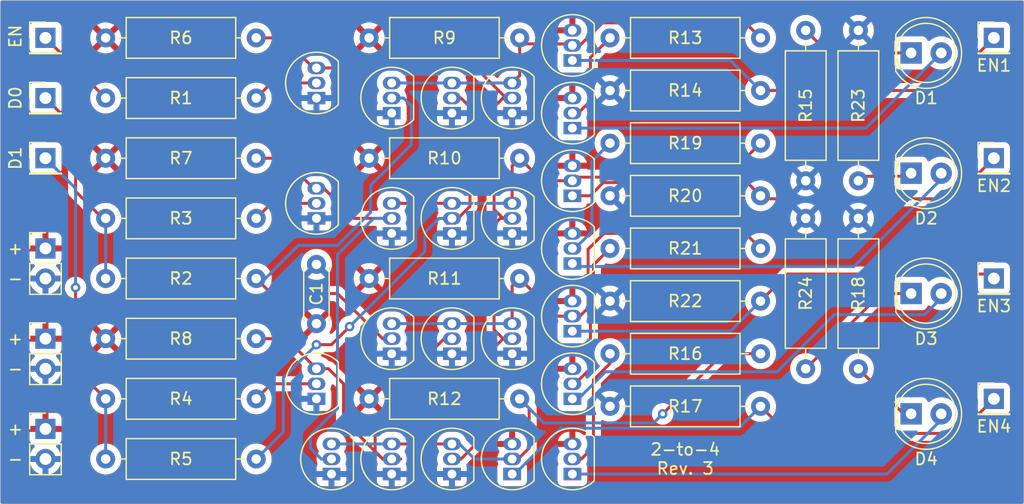
<source format=kicad_pcb>
(kicad_pcb (version 20221018) (generator pcbnew)
  (layers (0 "F.Cu" signal) (31 "B.Cu" signal) (34 "B.Paste" user) (35 "F.Paste" user) (36 "B.SilkS" user "B.Silkscreen") (37 "F.SilkS" user "F.Silkscreen") (38 "B.Mask" user) (39 "F.Mask" user) (44 "Edge.Cuts" user))
  (net 0 "")
  (net 1 "VCC")
  (net 2 "GND")
  (net 3 "Net-(D1-K)")
  (net 4 "Net-(D1-A)")
  (net 5 "Net-(D2-K)")
  (net 6 "Net-(D2-A)")
  (net 7 "Net-(D3-K)")
  (net 8 "Net-(D3-A)")
  (net 9 "Net-(D4-K)")
  (net 10 "Net-(D4-A)")
  (net 11 "Net-(J1-Pin_1)")
  (net 12 "Net-(J2-Pin_1)")
  (net 13 "Net-(J6-Pin_1)")
  (net 14 "Net-(J7-Pin_1)")
  (net 15 "Net-(J8-Pin_1)")
  (net 16 "Net-(J9-Pin_1)")
  (net 17 "Net-(J10-Pin_1)")
  (net 18 "Net-(Q1-B)")
  (net 19 "Net-(Q1-C)")
  (net 20 "Net-(Q2-B)")
  (net 21 "Net-(Q2-C)")
  (net 22 "Net-(Q3-B)")
  (net 23 "Net-(Q10-B)")
  (net 24 "Net-(Q12-C)")
  (net 25 "Net-(Q13-C)")
  (net 26 "Net-(Q10-C)")
  (net 27 "Net-(Q11-C)")
  (net 28 "Net-(Q8-B)")
  (net 29 "Net-(Q17-B)")
  (net 30 "Net-(Q19-B)")
  (net 31 "Net-(Q21-B)")
  (net 32 "Net-(Q23-B)")
  (net 33 "Net-(Q4-B)")
  (footprint "Capacitor_THT:C_Disc_D4.3mm_W1.9mm_P5.00mm" (layer "F.Cu") (at 53.34 44.45 90)
    (fp_text reference "C1" (at 2.5 0 90) (layer "F.SilkS"))
    (fp_text value "0.1uF")
    (pad "1" thru_hole circle (at 0 0 90) (size 1.6 1.6) (drill 0.8) (layers "*.Cu" "*.Mask") (net 1 "VCC"))
    (pad "2" thru_hole circle (at 5 0 90) (size 1.6 1.6) (drill 0.8) (layers "*.Cu" "*.Mask") (net 2 "GND"))
  )
  (footprint "Connector_PinHeader_2.54mm:PinHeader_1x01_P2.54mm_Vertical" (layer "F.Cu") (at 30.48 20.32)
    (fp_text reference "J1" hide)
    (fp_text value "EN" (at -2.54 -0.127 -90) (layer "F.SilkS"))
    (pad "1" thru_hole rect (at 0 0) (size 1.7 1.7) (drill 1) (layers "*.Cu" "*.Mask") (net 11 "Net-(J1-Pin_1)"))
  )
  (footprint "Connector_PinHeader_2.54mm:PinHeader_1x02_P2.54mm_Vertical" (layer "F.Cu") (at 30.48 38.1)
    (fp_text reference "J3" hide)
    (fp_text value "Power")
    (pad "1" thru_hole rect (at 0 0) (size 1.7 1.7) (drill 1) (layers "*.Cu" "*.Mask") (net 1 "VCC"))
    (pad "2" thru_hole oval (at 0 2.54) (size 1.7 1.7) (drill 1) (layers "*.Cu" "*.Mask") (net 2 "GND"))
  )
  (footprint "Connector_PinHeader_2.54mm:PinHeader_1x02_P2.54mm_Vertical" (layer "F.Cu") (at 30.48 45.72)
    (fp_text reference "J4" hide)
    (fp_text value "Power")
    (pad "1" thru_hole rect (at 0 0) (size 1.7 1.7) (drill 1) (layers "*.Cu" "*.Mask") (net 1 "VCC"))
    (pad "2" thru_hole oval (at 0 2.54) (size 1.7 1.7) (drill 1) (layers "*.Cu" "*.Mask") (net 2 "GND"))
  )
  (footprint "Connector_PinHeader_2.54mm:PinHeader_1x02_P2.54mm_Vertical" (layer "F.Cu") (at 30.48 53.34)
    (fp_text reference "J5" hide)
    (fp_text value "Power")
    (pad "1" thru_hole rect (at 0 0) (size 1.7 1.7) (drill 1) (layers "*.Cu" "*.Mask") (net 1 "VCC"))
    (pad "2" thru_hole oval (at 0 2.54) (size 1.7 1.7) (drill 1) (layers "*.Cu" "*.Mask") (net 2 "GND"))
  )
  (footprint "Package_TO_SOT_THT:TO-92_Inline" (layer "F.Cu") (at 53.34 25.4 90)
    (fp_text reference "Q1" hide)
    (fp_text value "2N2222")
    (pad "1" thru_hole rect (at 0 0 90) (size 1.05 1.5) (drill 0.75) (layers "*.Cu" "*.Mask") (net 2 "GND"))
    (pad "2" thru_hole oval (at 1.27 0 90) (size 1.05 1.5) (drill 0.75) (layers "*.Cu" "*.Mask") (net 18 "Net-(Q1-B)"))
    (pad "3" thru_hole oval (at 2.54 0 90) (size 1.05 1.5) (drill 0.75) (layers "*.Cu" "*.Mask") (net 19 "Net-(Q1-C)"))
  )
  (footprint "Package_TO_SOT_THT:TO-92_Inline" (layer "F.Cu") (at 53.34 35.56 90)
    (fp_text reference "Q2" hide)
    (fp_text value "2N2222")
    (pad "1" thru_hole rect (at 0 0 90) (size 1.05 1.5) (drill 0.75) (layers "*.Cu" "*.Mask") (net 2 "GND"))
    (pad "2" thru_hole oval (at 1.27 0 90) (size 1.05 1.5) (drill 0.75) (layers "*.Cu" "*.Mask") (net 20 "Net-(Q2-B)"))
    (pad "3" thru_hole oval (at 2.54 0 90) (size 1.05 1.5) (drill 0.75) (layers "*.Cu" "*.Mask") (net 21 "Net-(Q2-C)"))
  )
  (footprint "Package_TO_SOT_THT:TO-92_Inline" (layer "F.Cu") (at 53.34 50.8 90)
    (fp_text reference "Q3" hide)
    (fp_text value "2N2222")
    (pad "1" thru_hole rect (at 0 0 90) (size 1.05 1.5) (drill 0.75) (layers "*.Cu" "*.Mask") (net 2 "GND"))
    (pad "2" thru_hole oval (at 1.27 0 90) (size 1.05 1.5) (drill 0.75) (layers "*.Cu" "*.Mask") (net 22 "Net-(Q3-B)"))
    (pad "3" thru_hole oval (at 2.54 0 90) (size 1.05 1.5) (drill 0.75) (layers "*.Cu" "*.Mask") (net 23 "Net-(Q10-B)"))
  )
  (footprint "Package_TO_SOT_THT:TO-92_Inline" (layer "F.Cu") (at 59.69 26.67 90)
    (fp_text reference "Q4" hide)
    (fp_text value "2N2222")
    (pad "1" thru_hole rect (at 0 0 90) (size 1.05 1.5) (drill 0.75) (layers "*.Cu" "*.Mask") (net 2 "GND"))
    (pad "2" thru_hole oval (at 1.27 0 90) (size 1.05 1.5) (drill 0.75) (layers "*.Cu" "*.Mask") (net 33 "Net-(Q4-B)"))
    (pad "3" thru_hole oval (at 2.54 0 90) (size 1.05 1.5) (drill 0.75) (layers "*.Cu" "*.Mask") (net 24 "Net-(Q12-C)"))
  )
  (footprint "Package_TO_SOT_THT:TO-92_Inline" (layer "F.Cu") (at 59.69 36.83 90)
    (fp_text reference "Q5" hide)
    (fp_text value "2N2222")
    (pad "1" thru_hole rect (at 0 0 90) (size 1.05 1.5) (drill 0.75) (layers "*.Cu" "*.Mask") (net 2 "GND"))
    (pad "2" thru_hole oval (at 1.27 0 90) (size 1.05 1.5) (drill 0.75) (layers "*.Cu" "*.Mask") (net 21 "Net-(Q2-C)"))
    (pad "3" thru_hole oval (at 2.54 0 90) (size 1.05 1.5) (drill 0.75) (layers "*.Cu" "*.Mask") (net 25 "Net-(Q13-C)"))
  )
  (footprint "Package_TO_SOT_THT:TO-92_Inline" (layer "F.Cu") (at 59.69 46.99 90)
    (fp_text reference "Q6" hide)
    (fp_text value "2N2222")
    (pad "1" thru_hole rect (at 0 0 90) (size 1.05 1.5) (drill 0.75) (layers "*.Cu" "*.Mask") (net 2 "GND"))
    (pad "2" thru_hole oval (at 1.27 0 90) (size 1.05 1.5) (drill 0.75) (layers "*.Cu" "*.Mask") (net 33 "Net-(Q4-B)"))
    (pad "3" thru_hole oval (at 2.54 0 90) (size 1.05 1.5) (drill 0.75) (layers "*.Cu" "*.Mask") (net 26 "Net-(Q10-C)"))
  )
  (footprint "Package_TO_SOT_THT:TO-92_Inline" (layer "F.Cu") (at 64.77 26.67 90)
    (fp_text reference "Q8" hide)
    (fp_text value "2N2222")
    (pad "1" thru_hole rect (at 0 0 90) (size 1.05 1.5) (drill 0.75) (layers "*.Cu" "*.Mask") (net 2 "GND"))
    (pad "2" thru_hole oval (at 1.27 0 90) (size 1.05 1.5) (drill 0.75) (layers "*.Cu" "*.Mask") (net 28 "Net-(Q8-B)"))
    (pad "3" thru_hole oval (at 2.54 0 90) (size 1.05 1.5) (drill 0.75) (layers "*.Cu" "*.Mask") (net 24 "Net-(Q12-C)"))
  )
  (footprint "Package_TO_SOT_THT:TO-92_Inline" (layer "F.Cu") (at 64.77 36.83 90)
    (fp_text reference "Q9" hide)
    (fp_text value "2N2222")
    (pad "1" thru_hole rect (at 0 0 90) (size 1.05 1.5) (drill 0.75) (layers "*.Cu" "*.Mask") (net 2 "GND"))
    (pad "2" thru_hole oval (at 1.27 0 90) (size 1.05 1.5) (drill 0.75) (layers "*.Cu" "*.Mask") (net 28 "Net-(Q8-B)"))
    (pad "3" thru_hole oval (at 2.54 0 90) (size 1.05 1.5) (drill 0.75) (layers "*.Cu" "*.Mask") (net 25 "Net-(Q13-C)"))
  )
  (footprint "Package_TO_SOT_THT:TO-92_Inline" (layer "F.Cu") (at 64.77 46.99 90)
    (fp_text reference "Q10" hide)
    (fp_text value "2N2222")
    (pad "1" thru_hole rect (at 0 0 90) (size 1.05 1.5) (drill 0.75) (layers "*.Cu" "*.Mask") (net 2 "GND"))
    (pad "2" thru_hole oval (at 1.27 0 90) (size 1.05 1.5) (drill 0.75) (layers "*.Cu" "*.Mask") (net 23 "Net-(Q10-B)"))
    (pad "3" thru_hole oval (at 2.54 0 90) (size 1.05 1.5) (drill 0.75) (layers "*.Cu" "*.Mask") (net 26 "Net-(Q10-C)"))
  )
  (footprint "Package_TO_SOT_THT:TO-92_Inline" (layer "F.Cu") (at 69.85 26.67 90)
    (fp_text reference "Q12" hide)
    (fp_text value "2N2222")
    (pad "1" thru_hole rect (at 0 0 90) (size 1.05 1.5) (drill 0.75) (layers "*.Cu" "*.Mask") (net 2 "GND"))
    (pad "2" thru_hole oval (at 1.27 0 90) (size 1.05 1.5) (drill 0.75) (layers "*.Cu" "*.Mask") (net 19 "Net-(Q1-C)"))
    (pad "3" thru_hole oval (at 2.54 0 90) (size 1.05 1.5) (drill 0.75) (layers "*.Cu" "*.Mask") (net 24 "Net-(Q12-C)"))
  )
  (footprint "Package_TO_SOT_THT:TO-92_Inline" (layer "F.Cu") (at 69.85 36.83 90)
    (fp_text reference "Q13" hide)
    (fp_text value "2N2222")
    (pad "1" thru_hole rect (at 0 0 90) (size 1.05 1.5) (drill 0.75) (layers "*.Cu" "*.Mask") (net 2 "GND"))
    (pad "2" thru_hole oval (at 1.27 0 90) (size 1.05 1.5) (drill 0.75) (layers "*.Cu" "*.Mask") (net 19 "Net-(Q1-C)"))
    (pad "3" thru_hole oval (at 2.54 0 90) (size 1.05 1.5) (drill 0.75) (layers "*.Cu" "*.Mask") (net 25 "Net-(Q13-C)"))
  )
  (footprint "Package_TO_SOT_THT:TO-92_Inline" (layer "F.Cu") (at 69.85 46.99 90)
    (fp_text reference "Q14" hide)
    (fp_text value "2N2222")
    (pad "1" thru_hole rect (at 0 0 90) (size 1.05 1.5) (drill 0.75) (layers "*.Cu" "*.Mask") (net 2 "GND"))
    (pad "2" thru_hole oval (at 1.27 0 90) (size 1.05 1.5) (drill 0.75) (layers "*.Cu" "*.Mask") (net 19 "Net-(Q1-C)"))
    (pad "3" thru_hole oval (at 2.54 0 90) (size 1.05 1.5) (drill 0.75) (layers "*.Cu" "*.Mask") (net 26 "Net-(Q10-C)"))
  )
  (footprint "Resistor_THT:R_Axial_DIN0309_L9.0mm_D3.2mm_P12.70mm_Horizontal" (layer "F.Cu") (at 48.26 25.4 180)
    (fp_text reference "R1" (at 6.35 0) (layer "F.SilkS"))
    (fp_text value "10K")
    (pad "1" thru_hole circle (at 0 0 180) (size 1.6 1.6) (drill 0.8) (layers "*.Cu" "*.Mask") (net 18 "Net-(Q1-B)"))
    (pad "2" thru_hole oval (at 12.7 0 180) (size 1.6 1.6) (drill 0.8) (layers "*.Cu" "*.Mask") (net 11 "Net-(J1-Pin_1)"))
  )
  (footprint "Resistor_THT:R_Axial_DIN0309_L9.0mm_D3.2mm_P12.70mm_Horizontal" (layer "F.Cu") (at 48.26 40.64 180)
    (fp_text reference "R2" (at 6.35 0) (layer "F.SilkS"))
    (fp_text value "10K")
    (pad "1" thru_hole circle (at 0 0 180) (size 1.6 1.6) (drill 0.8) (layers "*.Cu" "*.Mask") (net 33 "Net-(Q4-B)"))
    (pad "2" thru_hole oval (at 12.7 0 180) (size 1.6 1.6) (drill 0.8) (layers "*.Cu" "*.Mask") (net 12 "Net-(J2-Pin_1)"))
  )
  (footprint "Resistor_THT:R_Axial_DIN0309_L9.0mm_D3.2mm_P12.70mm_Horizontal" (layer "F.Cu") (at 48.26 35.56 180)
    (fp_text reference "R3" (at 6.35 0) (layer "F.SilkS"))
    (fp_text value "10K")
    (pad "1" thru_hole circle (at 0 0 180) (size 1.6 1.6) (drill 0.8) (layers "*.Cu" "*.Mask") (net 20 "Net-(Q2-B)"))
    (pad "2" thru_hole oval (at 12.7 0 180) (size 1.6 1.6) (drill 0.8) (layers "*.Cu" "*.Mask") (net 12 "Net-(J2-Pin_1)"))
  )
  (footprint "Resistor_THT:R_Axial_DIN0309_L9.0mm_D3.2mm_P12.70mm_Horizontal" (layer "F.Cu") (at 48.26 50.8 180)
    (fp_text reference "R4" (at 6.35 0) (layer "F.SilkS"))
    (fp_text value "10K")
    (pad "1" thru_hole circle (at 0 0 180) (size 1.6 1.6) (drill 0.8) (layers "*.Cu" "*.Mask") (net 22 "Net-(Q3-B)"))
    (pad "2" thru_hole oval (at 12.7 0 180) (size 1.6 1.6) (drill 0.8) (layers "*.Cu" "*.Mask") (net 13 "Net-(J6-Pin_1)"))
  )
  (footprint "Resistor_THT:R_Axial_DIN0309_L9.0mm_D3.2mm_P12.70mm_Horizontal" (layer "F.Cu") (at 48.26 55.88 180)
    (fp_text reference "R5" (at 6.35 0) (layer "F.SilkS"))
    (fp_text value "10K")
    (pad "1" thru_hole circle (at 0 0 180) (size 1.6 1.6) (drill 0.8) (layers "*.Cu" "*.Mask") (net 28 "Net-(Q8-B)"))
    (pad "2" thru_hole oval (at 12.7 0 180) (size 1.6 1.6) (drill 0.8) (layers "*.Cu" "*.Mask") (net 13 "Net-(J6-Pin_1)"))
  )
  (footprint "Resistor_THT:R_Axial_DIN0309_L9.0mm_D3.2mm_P12.70mm_Horizontal" (layer "F.Cu") (at 35.56 20.32)
    (fp_text reference "R6" (at 6.35 0) (layer "F.SilkS"))
    (fp_text value "1K")
    (pad "1" thru_hole circle (at 0 0) (size 1.6 1.6) (drill 0.8) (layers "*.Cu" "*.Mask") (net 1 "VCC"))
    (pad "2" thru_hole oval (at 12.7 0) (size 1.6 1.6) (drill 0.8) (layers "*.Cu" "*.Mask") (net 19 "Net-(Q1-C)"))
  )
  (footprint "Resistor_THT:R_Axial_DIN0309_L9.0mm_D3.2mm_P12.70mm_Horizontal" (layer "F.Cu") (at 35.56 30.48)
    (fp_text reference "R7" (at 6.35 0) (layer "F.SilkS"))
    (fp_text value "1K")
    (pad "1" thru_hole circle (at 0 0) (size 1.6 1.6) (drill 0.8) (layers "*.Cu" "*.Mask") (net 1 "VCC"))
    (pad "2" thru_hole oval (at 12.7 0) (size 1.6 1.6) (drill 0.8) (layers "*.Cu" "*.Mask") (net 21 "Net-(Q2-C)"))
  )
  (footprint "Resistor_THT:R_Axial_DIN0309_L9.0mm_D3.2mm_P12.70mm_Horizontal" (layer "F.Cu") (at 35.56 45.72)
    (fp_text reference "R8" (at 6.35 0) (layer "F.SilkS"))
    (fp_text value "1K")
    (pad "1" thru_hole circle (at 0 0) (size 1.6 1.6) (drill 0.8) (layers "*.Cu" "*.Mask") (net 1 "VCC"))
    (pad "2" thru_hole oval (at 12.7 0) (size 1.6 1.6) (drill 0.8) (layers "*.Cu" "*.Mask") (net 23 "Net-(Q10-B)"))
  )
  (footprint "Resistor_THT:R_Axial_DIN0309_L9.0mm_D3.2mm_P12.70mm_Horizontal" (layer "F.Cu") (at 57.785 20.32)
    (fp_text reference "R9" (at 6.35 0) (layer "F.SilkS"))
    (fp_text value "10K")
    (pad "1" thru_hole circle (at 0 0) (size 1.6 1.6) (drill 0.8) (layers "*.Cu" "*.Mask") (net 1 "VCC"))
    (pad "2" thru_hole oval (at 12.7 0) (size 1.6 1.6) (drill 0.8) (layers "*.Cu" "*.Mask") (net 24 "Net-(Q12-C)"))
  )
  (footprint "Resistor_THT:R_Axial_DIN0309_L9.0mm_D3.2mm_P12.70mm_Horizontal" (layer "F.Cu") (at 57.785 30.48)
    (fp_text reference "R10" (at 6.35 0) (layer "F.SilkS"))
    (fp_text value "10K")
    (pad "1" thru_hole circle (at 0 0) (size 1.6 1.6) (drill 0.8) (layers "*.Cu" "*.Mask") (net 1 "VCC"))
    (pad "2" thru_hole oval (at 12.7 0) (size 1.6 1.6) (drill 0.8) (layers "*.Cu" "*.Mask") (net 25 "Net-(Q13-C)"))
  )
  (footprint "Resistor_THT:R_Axial_DIN0309_L9.0mm_D3.2mm_P12.70mm_Horizontal" (layer "F.Cu") (at 57.785 40.64)
    (fp_text reference "R11" (at 6.35 0) (layer "F.SilkS"))
    (fp_text value "10K")
    (pad "1" thru_hole circle (at 0 0) (size 1.6 1.6) (drill 0.8) (layers "*.Cu" "*.Mask") (net 1 "VCC"))
    (pad "2" thru_hole oval (at 12.7 0) (size 1.6 1.6) (drill 0.8) (layers "*.Cu" "*.Mask") (net 26 "Net-(Q10-C)"))
  )
  (footprint "Resistor_THT:R_Axial_DIN0309_L9.0mm_D3.2mm_P12.70mm_Horizontal" (layer "F.Cu") (at 57.785 50.8)
    (fp_text reference "R12" (at 6.35 0) (layer "F.SilkS"))
    (fp_text value "10K")
    (pad "1" thru_hole circle (at 0 0) (size 1.6 1.6) (drill 0.8) (layers "*.Cu" "*.Mask") (net 1 "VCC"))
    (pad "2" thru_hole oval (at 12.7 0) (size 1.6 1.6) (drill 0.8) (layers "*.Cu" "*.Mask") (net 27 "Net-(Q11-C)"))
  )
  (footprint "Connector_PinHeader_2.54mm:PinHeader_1x01_P2.54mm_Vertical" (layer "F.Cu") (at 30.48 30.48)
    (fp_text reference "J6" hide)
    (fp_text value "D1" (at -2.54 0 90) (layer "F.SilkS"))
    (pad "1" thru_hole rect (at 0 0) (size 1.7 1.7) (drill 1) (layers "*.Cu" "*.Mask") (net 13 "Net-(J6-Pin_1)"))
  )
  (footprint "Connector_PinHeader_2.54mm:PinHeader_1x01_P2.54mm_Vertical" (layer "F.Cu") (at 30.48 25.4)
    (fp_text reference "J2" hide)
    (fp_text value "D0" (at -2.54 0 90) (layer "F.SilkS"))
    (pad "1" thru_hole rect (at 0 0) (size 1.7 1.7) (drill 1) (layers "*.Cu" "*.Mask") (net 12 "Net-(J2-Pin_1)"))
  )
  (footprint "Package_TO_SOT_THT:TO-92_Inline" (layer "F.Cu") (at 74.93 22.225 90)
    (fp_text reference "Q16" hide)
    (fp_text value "2N2222" hide)
    (pad "1" thru_hole rect (at 0 0 90) (size 1.05 1.5) (drill 0.75) (layers "*.Cu" "*.Mask") (net 14 "Net-(J7-Pin_1)"))
    (pad "2" thru_hole oval (at 1.27 0 90) (size 1.05 1.5) (drill 0.75) (layers "*.Cu" "*.Mask") (net 24 "Net-(Q12-C)"))
    (pad "3" thru_hole oval (at 2.54 0 90) (size 1.05 1.5) (drill 0.75) (layers "*.Cu" "*.Mask") (net 1 "VCC"))
  )
  (footprint "Package_TO_SOT_THT:TO-92_Inline" (layer "F.Cu") (at 74.93 27.94 90)
    (fp_text reference "Q17" hide)
    (fp_text value "2N2222" hide)
    (pad "1" thru_hole rect (at 0 0 90) (size 1.05 1.5) (drill 0.75) (layers "*.Cu" "*.Mask") (net 4 "Net-(D1-A)"))
    (pad "2" thru_hole oval (at 1.27 0 90) (size 1.05 1.5) (drill 0.75) (layers "*.Cu" "*.Mask") (net 29 "Net-(Q17-B)"))
    (pad "3" thru_hole oval (at 2.54 0 90) (size 1.05 1.5) (drill 0.75) (layers "*.Cu" "*.Mask") (net 1 "VCC"))
  )
  (footprint "Package_TO_SOT_THT:TO-92_Inline" (layer "F.Cu") (at 69.85 57.15 90)
    (fp_text reference "Q18" hide)
    (fp_text value "2N2222" hide)
    (pad "1" thru_hole rect (at 0 0 90) (size 1.05 1.5) (drill 0.75) (layers "*.Cu" "*.Mask") (net 17 "Net-(J10-Pin_1)"))
    (pad "2" thru_hole oval (at 1.27 0 90) (size 1.05 1.5) (drill 0.75) (layers "*.Cu" "*.Mask") (net 27 "Net-(Q11-C)"))
    (pad "3" thru_hole oval (at 2.54 0 90) (size 1.05 1.5) (drill 0.75) (layers "*.Cu" "*.Mask") (net 1 "VCC"))
  )
  (footprint "Package_TO_SOT_THT:TO-92_Inline" (layer "F.Cu") (at 74.93 57.15 90)
    (fp_text reference "Q19" hide)
    (fp_text value "2N2222" hide)
    (pad "1" thru_hole rect (at 0 0 90) (size 1.05 1.5) (drill 0.75) (layers "*.Cu" "*.Mask") (net 10 "Net-(D4-A)"))
    (pad "2" thru_hole oval (at 1.27 0 90) (size 1.05 1.5) (drill 0.75) (layers "*.Cu" "*.Mask") (net 30 "Net-(Q19-B)"))
    (pad "3" thru_hole oval (at 2.54 0 90) (size 1.05 1.5) (drill 0.75) (layers "*.Cu" "*.Mask") (net 1 "VCC"))
  )
  (footprint "Package_TO_SOT_THT:TO-92_Inline" (layer "F.Cu") (at 74.93 33.655 90)
    (fp_text reference "Q20" hide)
    (fp_text value "2N2222" hide)
    (pad "1" thru_hole rect (at 0 0 90) (size 1.05 1.5) (drill 0.75) (layers "*.Cu" "*.Mask") (net 15 "Net-(J8-Pin_1)"))
    (pad "2" thru_hole oval (at 1.27 0 90) (size 1.05 1.5) (drill 0.75) (layers "*.Cu" "*.Mask") (net 25 "Net-(Q13-C)"))
    (pad "3" thru_hole oval (at 2.54 0 90) (size 1.05 1.5) (drill 0.75) (layers "*.Cu" "*.Mask") (net 1 "VCC"))
  )
  (footprint "Package_TO_SOT_THT:TO-92_Inline" (layer "F.Cu") (at 74.93 39.37 90)
    (fp_text reference "Q21" hide)
    (fp_text value "2N2222" hide)
    (pad "1" thru_hole rect (at 0 0 90) (size 1.05 1.5) (drill 0.75) (layers "*.Cu" "*.Mask") (net 6 "Net-(D2-A)"))
    (pad "2" thru_hole oval (at 1.27 0 90) (size 1.05 1.5) (drill 0.75) (layers "*.Cu" "*.Mask") (net 31 "Net-(Q21-B)"))
    (pad "3" thru_hole oval (at 2.54 0 90) (size 1.05 1.5) (drill 0.75) (layers "*.Cu" "*.Mask") (net 1 "VCC"))
  )
  (footprint "Package_TO_SOT_THT:TO-92_Inline" (layer "F.Cu") (at 74.93 45.085 90)
    (fp_text reference "Q22" hide)
    (fp_text value "2N2222" hide)
    (pad "1" thru_hole rect (at 0 0 90) (size 1.05 1.5) (drill 0.75) (layers "*.Cu" "*.Mask") (net 16 "Net-(J9-Pin_1)"))
    (pad "2" thru_hole oval (at 1.27 0 90) (size 1.05 1.5) (drill 0.75) (layers "*.Cu" "*.Mask") (net 26 "Net-(Q10-C)"))
    (pad "3" thru_hole oval (at 2.54 0 90) (size 1.05 1.5) (drill 0.75) (layers "*.Cu" "*.Mask") (net 1 "VCC"))
  )
  (footprint "Package_TO_SOT_THT:TO-92_Inline" (layer "F.Cu") (at 74.93 50.8 90)
    (fp_text reference "Q23" hide)
    (fp_text value "2N2222" hide)
    (pad "1" thru_hole rect (at 0 0 90) (size 1.05 1.5) (drill 0.75) (layers "*.Cu" "*.Mask") (net 8 "Net-(D3-A)"))
    (pad "2" thru_hole oval (at 1.27 0 90) (size 1.05 1.5) (drill 0.75) (layers "*.Cu" "*.Mask") (net 32 "Net-(Q23-B)"))
    (pad "3" thru_hole oval (at 2.54 0 90) (size 1.05 1.5) (drill 0.75) (layers "*.Cu" "*.Mask") (net 1 "VCC"))
  )
  (footprint "Resistor_THT:R_Axial_DIN0309_L9.0mm_D3.2mm_P12.70mm_Horizontal" (layer "F.Cu") (at 78.105 20.32)
    (fp_text reference "R13" (at 6.35 0) (layer "F.SilkS"))
    (fp_text value "10K")
    (pad "1" thru_hole circle (at 0 0) (size 1.6 1.6) (drill 0.8) (layers "*.Cu" "*.Mask") (net 29 "Net-(Q17-B)"))
    (pad "2" thru_hole oval (at 12.7 0) (size 1.6 1.6) (drill 0.8) (layers "*.Cu" "*.Mask") (net 24 "Net-(Q12-C)"))
  )
  (footprint "Resistor_THT:R_Axial_DIN0309_L9.0mm_D3.2mm_P12.70mm_Horizontal" (layer "F.Cu") (at 78.105 24.765)
    (fp_text reference "R14" (at 6.35 0) (layer "F.SilkS"))
    (fp_text value "1K")
    (pad "1" thru_hole circle (at 0 0) (size 1.6 1.6) (drill 0.8) (layers "*.Cu" "*.Mask") (net 2 "GND"))
    (pad "2" thru_hole oval (at 12.7 0) (size 1.6 1.6) (drill 0.8) (layers "*.Cu" "*.Mask") (net 14 "Net-(J7-Pin_1)"))
  )
  (footprint "Resistor_THT:R_Axial_DIN0309_L9.0mm_D3.2mm_P12.70mm_Horizontal" (layer "F.Cu") (at 94.615 32.385 90)
    (fp_text reference "R15" (at 6.35 0 90) (layer "F.SilkS"))
    (fp_text value "1K")
    (pad "1" thru_hole circle (at 0 0 90) (size 1.6 1.6) (drill 0.8) (layers "*.Cu" "*.Mask") (net 2 "GND"))
    (pad "2" thru_hole oval (at 12.7 0 90) (size 1.6 1.6) (drill 0.8) (layers "*.Cu" "*.Mask") (net 3 "Net-(D1-K)"))
  )
  (footprint "Resistor_THT:R_Axial_DIN0309_L9.0mm_D3.2mm_P12.70mm_Horizontal" (layer "F.Cu") (at 78.105 46.99)
    (fp_text reference "R16" (at 6.35 0) (layer "F.SilkS"))
    (fp_text value "10K")
    (pad "1" thru_hole circle (at 0 0) (size 1.6 1.6) (drill 0.8) (layers "*.Cu" "*.Mask") (net 30 "Net-(Q19-B)"))
    (pad "2" thru_hole oval (at 12.7 0) (size 1.6 1.6) (drill 0.8) (layers "*.Cu" "*.Mask") (net 27 "Net-(Q11-C)"))
  )
  (footprint "Resistor_THT:R_Axial_DIN0309_L9.0mm_D3.2mm_P12.70mm_Horizontal" (layer "F.Cu") (at 78.105 51.435)
    (fp_text reference "R17" (at 6.35 0) (layer "F.SilkS"))
    (fp_text value "1K")
    (pad "1" thru_hole circle (at 0 0) (size 1.6 1.6) (drill 0.8) (layers "*.Cu" "*.Mask") (net 2 "GND"))
    (pad "2" thru_hole oval (at 12.7 0) (size 1.6 1.6) (drill 0.8) (layers "*.Cu" "*.Mask") (net 17 "Net-(J10-Pin_1)"))
  )
  (footprint "Resistor_THT:R_Axial_DIN0309_L9.0mm_D3.2mm_P12.70mm_Horizontal" (layer "F.Cu") (at 99.06 35.56 -90)
    (fp_text reference "R18" (at 6.35 0 90) (layer "F.SilkS"))
    (fp_text value "1K")
    (pad "1" thru_hole circle (at 0 0 270) (size 1.6 1.6) (drill 0.8) (layers "*.Cu" "*.Mask") (net 2 "GND"))
    (pad "2" thru_hole oval (at 12.7 0 270) (size 1.6 1.6) (drill 0.8) (layers "*.Cu" "*.Mask") (net 9 "Net-(D4-K)"))
  )
  (footprint "Resistor_THT:R_Axial_DIN0309_L9.0mm_D3.2mm_P12.70mm_Horizontal" (layer "F.Cu") (at 78.105 29.21)
    (fp_text reference "R19" (at 6.35 0) (layer "F.SilkS"))
    (fp_text value "10K")
    (pad "1" thru_hole circle (at 0 0) (size 1.6 1.6) (drill 0.8) (layers "*.Cu" "*.Mask") (net 31 "Net-(Q21-B)"))
    (pad "2" thru_hole oval (at 12.7 0) (size 1.6 1.6) (drill 0.8) (layers "*.Cu" "*.Mask") (net 25 "Net-(Q13-C)"))
  )
  (footprint "Resistor_THT:R_Axial_DIN0309_L9.0mm_D3.2mm_P12.70mm_Horizontal" (layer "F.Cu") (at 78.105 33.655)
    (fp_text reference "R20" (at 6.35 0) (layer "F.SilkS"))
    (fp_text value "1K")
    (pad "1" thru_hole circle (at 0 0) (size 1.6 1.6) (drill 0.8) (layers "*.Cu" "*.Mask") (net 2 "GND"))
    (pad "2" thru_hole oval (at 12.7 0) (size 1.6 1.6) (drill 0.8) (layers "*.Cu" "*.Mask") (net 15 "Net-(J8-Pin_1)"))
  )
  (footprint "Resistor_THT:R_Axial_DIN0309_L9.0mm_D3.2mm_P12.70mm_Horizontal" (layer "F.Cu") (at 78.105 38.1)
    (fp_text reference "R21" (at 6.35 0) (layer "F.SilkS"))
    (fp_text value "10K")
    (pad "1" thru_hole circle (at 0 0) (size 1.6 1.6) (drill 0.8) (layers "*.Cu" "*.Mask") (net 32 "Net-(Q23-B)"))
    (pad "2" thru_hole oval (at 12.7 0) (size 1.6 1.6) (drill 0.8) (layers "*.Cu" "*.Mask") (net 26 "Net-(Q10-C)"))
  )
  (footprint "Resistor_THT:R_Axial_DIN0309_L9.0mm_D3.2mm_P12.70mm_Horizontal" (layer "F.Cu") (at 78.105 42.545)
    (fp_text reference "R22" (at 6.35 0) (layer "F.SilkS"))
    (fp_text value "1K")
    (pad "1" thru_hole circle (at 0 0) (size 1.6 1.6) (drill 0.8) (layers "*.Cu" "*.Mask") (net 2 "GND"))
    (pad "2" thru_hole oval (at 12.7 0) (size 1.6 1.6) (drill 0.8) (layers "*.Cu" "*.Mask") (net 16 "Net-(J9-Pin_1)"))
  )
  (footprint "Resistor_THT:R_Axial_DIN0309_L9.0mm_D3.2mm_P12.70mm_Horizontal" (layer "F.Cu") (at 99.06 19.685 -90)
    (fp_text reference "R23" (at 6.35 0 90) (layer "F.SilkS"))
    (fp_text value "1K")
    (pad "1" thru_hole circle (at 0 0 270) (size 1.6 1.6) (drill 0.8) (layers "*.Cu" "*.Mask") (net 2 "GND"))
    (pad "2" thru_hole oval (at 12.7 0 270) (size 1.6 1.6) (drill 0.8) (layers "*.Cu" "*.Mask") (net 5 "Net-(D2-K)"))
  )
  (footprint "Resistor_THT:R_Axial_DIN0309_L9.0mm_D3.2mm_P12.70mm_Horizontal" (layer "F.Cu") (at 94.615 35.56 -90)
    (fp_text reference "R24" (at 6.35 0 90) (layer "F.SilkS"))
    (fp_text value "1K")
    (pad "1" thru_hole circle (at 0 0 270) (size 1.6 1.6) (drill 0.8) (layers "*.Cu" "*.Mask") (net 2 "GND"))
    (pad "2" thru_hole oval (at 12.7 0 270) (size 1.6 1.6) (drill 0.8) (layers "*.Cu" "*.Mask") (net 7 "Net-(D3-K)"))
  )
  (footprint "Package_TO_SOT_THT:TO-92_Inline" (layer "F.Cu") (at 64.77 57.15 90)
    (fp_text reference "Q15" hide)
    (fp_text value "2N2222")
    (pad "1" thru_hole rect (at 0 0 90) (size 1.05 1.5) (drill 0.75) (layers "*.Cu" "*.Mask") (net 2 "GND"))
    (pad "2" thru_hole oval (at 1.27 0 90) (size 1.05 1.5) (drill 0.75) (layers "*.Cu" "*.Mask") (net 19 "Net-(Q1-C)"))
    (pad "3" thru_hole oval (at 2.54 0 90) (size 1.05 1.5) (drill 0.75) (layers "*.Cu" "*.Mask") (net 27 "Net-(Q11-C)"))
  )
  (footprint "Package_TO_SOT_THT:TO-92_Inline" (layer "F.Cu") (at 54.61 57.15 90)
    (fp_text reference "Q7" hide)
    (fp_text value "2N2222")
    (pad "1" thru_hole rect (at 0 0 90) (size 1.05 1.5) (drill 0.75) (layers "*.Cu" "*.Mask") (net 2 "GND"))
    (pad "2" thru_hole oval (at 1.27 0 90) (size 1.05 1.5) (drill 0.75) (layers "*.Cu" "*.Mask") (net 21 "Net-(Q2-C)"))
    (pad "3" thru_hole oval (at 2.54 0 90) (size 1.05 1.5) (drill 0.75) (layers "*.Cu" "*.Mask") (net 27 "Net-(Q11-C)"))
  )
  (footprint "Package_TO_SOT_THT:TO-92_Inline" (layer "F.Cu") (at 59.69 57.15 90)
    (fp_text reference "Q11" hide)
    (fp_text value "2N2222")
    (pad "1" thru_hole rect (at 0 0 90) (size 1.05 1.5) (drill 0.75) (layers "*.Cu" "*.Mask") (net 2 "GND"))
    (pad "2" thru_hole oval (at 1.27 0 90) (size 1.05 1.5) (drill 0.75) (layers "*.Cu" "*.Mask") (net 23 "Net-(Q10-B)"))
    (pad "3" thru_hole oval (at 2.54 0 90) (size 1.05 1.5) (drill 0.75) (layers "*.Cu" "*.Mask") (net 27 "Net-(Q11-C)"))
  )
  (footprint "LED_THT:LED_D5.0mm" (layer "F.Cu") (at 103.505 41.91)
    (fp_text reference "D3" (at 1.27 3.81) (layer "F.SilkS"))
    (fp_text value "LED")
    (pad "1" thru_hole rect (at 0 0) (size 1.8 1.8) (drill 0.9) (layers "*.Cu" "*.Mask") (net 7 "Net-(D3-K)"))
    (pad "2" thru_hole circle (at 2.54 0) (size 1.8 1.8) (drill 0.9) (layers "*.Cu" "*.Mask") (net 8 "Net-(D3-A)"))
  )
  (footprint "LED_THT:LED_D5.0mm" (layer "F.Cu") (at 103.505 31.75)
    (fp_text reference "D2" (at 1.27 3.81) (layer "F.SilkS"))
    (fp_text value "LED")
    (pad "1" thru_hole rect (at 0 0) (size 1.8 1.8) (drill 0.9) (layers "*.Cu" "*.Mask") (net 5 "Net-(D2-K)"))
    (pad "2" thru_hole circle (at 2.54 0) (size 1.8 1.8) (drill 0.9) (layers "*.Cu" "*.Mask") (net 6 "Net-(D2-A)"))
  )
  (footprint "LED_THT:LED_D5.0mm" (layer "F.Cu") (at 103.505 21.59)
    (fp_text reference "D1" (at 1.27 3.81) (layer "F.SilkS"))
    (fp_text value "LED")
    (pad "1" thru_hole rect (at 0 0) (size 1.8 1.8) (drill 0.9) (layers "*.Cu" "*.Mask") (net 3 "Net-(D1-K)"))
    (pad "2" thru_hole circle (at 2.54 0) (size 1.8 1.8) (drill 0.9) (layers "*.Cu" "*.Mask") (net 4 "Net-(D1-A)"))
  )
  (footprint "LED_THT:LED_D5.0mm" (layer "F.Cu") (at 103.505 52.07)
    (fp_text reference "D4" (at 1.27 3.81) (layer "F.SilkS"))
    (fp_text value "LED")
    (pad "1" thru_hole rect (at 0 0) (size 1.8 1.8) (drill 0.9) (layers "*.Cu" "*.Mask") (net 9 "Net-(D4-K)"))
    (pad "2" thru_hole circle (at 2.54 0) (size 1.8 1.8) (drill 0.9) (layers "*.Cu" "*.Mask") (net 10 "Net-(D4-A)"))
  )
  (footprint "Connector_PinHeader_2.54mm:PinHeader_1x01_P2.54mm_Vertical" (layer "F.Cu") (at 110.49 30.48)
    (fp_text reference "J8" hide)
    (fp_text value "EN2" (at 0 2.33) (layer "F.SilkS"))
    (pad "1" thru_hole rect (at 0 0) (size 1.7 1.7) (drill 1) (layers "*.Cu" "*.Mask") (net 15 "Net-(J8-Pin_1)"))
  )
  (footprint "Connector_PinHeader_2.54mm:PinHeader_1x01_P2.54mm_Vertical" (layer "F.Cu") (at 110.49 50.8)
    (fp_text reference "J10" hide)
    (fp_text value "EN4" (at 0 2.33) (layer "F.SilkS"))
    (pad "1" thru_hole rect (at 0 0) (size 1.7 1.7) (drill 1) (layers "*.Cu" "*.Mask") (net 17 "Net-(J10-Pin_1)"))
  )
  (footprint "Connector_PinHeader_2.54mm:PinHeader_1x01_P2.54mm_Vertical" (layer "F.Cu") (at 110.49 40.64)
    (fp_text reference "J9" hide)
    (fp_text value "EN3" (at 0 2.33) (layer "F.SilkS"))
    (pad "1" thru_hole rect (at 0 0) (size 1.7 1.7) (drill 1) (layers "*.Cu" "*.Mask") (net 16 "Net-(J9-Pin_1)"))
  )
  (footprint "Connector_PinHeader_2.54mm:PinHeader_1x01_P2.54mm_Vertical" (layer "F.Cu") (at 110.49 20.32)
    (fp_text reference "J7" hide)
    (fp_text value "EN1" (at 0 2.33) (layer "F.SilkS"))
    (pad "1" thru_hole rect (at 0 0) (size 1.7 1.7) (drill 1) (layers "*.Cu" "*.Mask") (net 14 "Net-(J7-Pin_1)"))
  )
  (gr_line (start 26.67 17.145) (end 26.67 17.78) (stroke (width 0.05)) (layer "Edge.Cuts"))
  (gr_line (start 113.03 59.69) (end 113.03 57.15) (stroke (width 0.05)) (layer "Edge.Cuts"))
  (gr_line (start 26.67 59.69) (end 62.865 59.69) (stroke (width 0.05)) (layer "Edge.Cuts"))
  (gr_line (start 77.47 17.145) (end 113.03 17.145) (stroke (width 0.05)) (layer "Edge.Cuts"))
  (gr_line (start 26.67 59.69) (end 26.67 17.78) (stroke (width 0.05)) (layer "Edge.Cuts"))
  (gr_line (start 113.03 52.705) (end 113.03 57.15) (stroke (width 0.05)) (layer "Edge.Cuts"))
  (gr_line (start 113.03 17.145) (end 113.03 52.705) (stroke (width 0.05)) (layer "Edge.Cuts"))
  (gr_line (start 95.885 59.69) (end 113.03 59.69) (stroke (width 0.05)) (layer "Edge.Cuts"))
  (gr_line (start 77.47 17.145) (end 26.67 17.145) (stroke (width 0.05)) (layer "Edge.Cuts"))
  (gr_line (start 62.865 59.69) (end 95.885 59.69) (stroke (width 0.05)) (layer "Edge.Cuts"))
  (gr_text "+" (at 27.94 45.72) (layer "F.SilkS") (effects (font (size 1 1))))
  (gr_text "+" (at 27.94 53.34) (layer "F.SilkS") (effects (font (size 1 1))))
  (gr_text "-" (at 27.94 55.88) (layer "F.SilkS") (effects (font (size 1 1))))
  (gr_text "-" (at 27.94 48.26) (layer "F.SilkS") (effects (font (size 1 1))))
  (gr_text "-" (at 27.94 40.64) (layer "F.SilkS") (effects (font (size 1 1))))
  (gr_text "2-to-4\nRev. 3" (at 84.455 55.88) (layer "F.SilkS") (effects (font (size 1 1))))
  (gr_text "+" (at 27.94 38.1) (layer "F.SilkS") (effects (font (size 1 1))))
  (segment (start 94.615 19.685) (end 96.52 21.59) (width 0.25) (layer "F.Cu") (net 3))
  (segment (start 96.52 21.59) (end 103.505 21.59) (width 0.25) (layer "F.Cu") (net 3))
  (segment (start 99.695 27.94) (end 106.045 21.59) (width 0.25) (layer "B.Cu") (net 4))
  (segment (start 74.93 27.94) (end 99.695 27.94) (width 0.25) (layer "B.Cu") (net 4))
  (segment (start 103.251 32.004) (end 99.441 32.004) (width 0.25) (layer "F.Cu") (net 5))
  (segment (start 103.505 31.75) (end 103.251 32.004) (width 0.25) (layer "F.Cu") (net 5))
  (segment (start 99.441 32.004) (end 99.06 32.385) (width 0.25) (layer "F.Cu") (net 5))
  (segment (start 75.184 39.624) (end 98.679 39.624) (width 0.25) (layer "B.Cu") (net 6))
  (segment (start 106.045 32.258) (end 106.045 31.75) (width 0.25) (layer "B.Cu") (net 6))
  (segment (start 74.93 39.37) (end 75.184 39.624) (width 0.25) (layer "B.Cu") (net 6))
  (segment (start 98.679 39.624) (end 106.045 32.258) (width 0.25) (layer "B.Cu") (net 6))
  (segment (start 103.505 41.91) (end 100.965 41.91) (width 0.25) (layer "F.Cu") (net 7))
  (segment (start 100.965 41.91) (end 94.615 48.26) (width 0.25) (layer "F.Cu") (net 7))
  (segment (start 92.202 48.514) (end 97.028 43.688) (width 0.25) (layer "B.Cu") (net 8))
  (segment (start 97.028 43.688) (end 104.648 43.688) (width 0.25) (layer "B.Cu") (net 8))
  (segment (start 74.93 50.8) (end 75.438 50.8) (width 0.25) (layer "B.Cu") (net 8))
  (segment (start 77.724 48.514) (end 92.202 48.514) (width 0.25) (layer "B.Cu") (net 8))
  (segment (start 106.045 42.291) (end 106.045 41.91) (width 0.25) (layer "B.Cu") (net 8))
  (segment (start 104.648 43.688) (end 106.045 42.291) (width 0.25) (layer "B.Cu") (net 8))
  (segment (start 75.438 50.8) (end 77.724 48.514) (width 0.25) (layer "B.Cu") (net 8))
  (segment (start 102.87 52.07) (end 103.505 52.07) (width 0.25) (layer "F.Cu") (net 9))
  (segment (start 99.06 48.26) (end 102.87 52.07) (width 0.25) (layer "F.Cu") (net 9))
  (segment (start 106.045 52.578) (end 106.045 52.07) (width 0.25) (layer "B.Cu") (net 10))
  (segment (start 74.93 57.15) (end 101.473 57.15) (width 0.25) (layer "B.Cu") (net 10))
  (segment (start 101.473 57.15) (end 106.045 52.578) (width 0.25) (layer "B.Cu") (net 10))
  (segment (start 30.48 20.32) (end 35.56 25.4) (width 0.25) (layer "F.Cu") (net 11))
  (segment (start 33.02 27.94) (end 33.02 33.274) (width 0.25) (layer "F.Cu") (net 12))
  (segment (start 33.02 33.274) (end 35.306 35.56) (width 0.25) (layer "F.Cu") (net 12))
  (segment (start 30.48 25.4) (end 33.02 27.94) (width 0.25) (layer "F.Cu") (net 12))
  (segment (start 35.306 35.56) (end 35.56 35.56) (width 0.25) (layer "F.Cu") (net 12))
  (segment (start 35.56 40.64) (end 35.56 35.56) (width 0.25) (layer "B.Cu") (net 12))
  (segment (start 33.02 48.26) (end 35.56 50.8) (width 0.25) (layer "F.Cu") (net 13))
  (segment (start 33.02 41.402) (end 33.02 48.26) (width 0.25) (layer "F.Cu") (net 13))
  (via (at 33.02 41.402) (size 0.8) (drill 0.4) (layers "F.Cu" "B.Cu") (net 13))
  (segment (start 35.56 55.88) (end 35.56 50.8) (width 0.25) (layer "B.Cu") (net 13))
  (segment (start 33.02 33.02) (end 33.02 41.402) (width 0.25) (layer "B.Cu") (net 13))
  (segment (start 30.48 30.48) (end 33.02 33.02) (width 0.25) (layer "B.Cu") (net 13))
  (segment (start 106.045 24.765) (end 110.49 20.32) (width 0.25) (layer "F.Cu") (net 14))
  (segment (start 90.805 24.765) (end 106.045 24.765) (width 0.25) (layer "F.Cu") (net 14))
  (segment (start 88.265 22.225) (end 90.805 24.765) (width 0.25) (layer "B.Cu") (net 14))
  (segment (start 74.93 22.225) (end 88.265 22.225) (width 0.25) (layer "B.Cu") (net 14))
  (segment (start 90.805 33.655) (end 91.059 33.909) (width 0.25) (layer "F.Cu") (net 15))
  (segment (start 91.059 33.909) (end 107.061 33.909) (width 0.25) (layer "F.Cu") (net 15))
  (segment (start 77.545504 32.53) (end 89.68 32.53) (width 0.25) (layer "F.Cu") (net 15))
  (segment (start 76.420504 33.655) (end 77.545504 32.53) (width 0.25) (layer "F.Cu") (net 15))
  (segment (start 107.061 33.909) (end 110.49 30.48) (width 0.25) (layer "F.Cu") (net 15))
  (segment (start 74.93 33.655) (end 76.420504 33.655) (width 0.25) (layer "F.Cu") (net 15))
  (segment (start 89.68 32.53) (end 90.805 33.655) (width 0.25) (layer "F.Cu") (net 15))
  (segment (start 110.109 40.259) (end 110.49 40.64) (width 0.25) (layer "F.Cu") (net 16))
  (segment (start 93.091 40.259) (end 110.109 40.259) (width 0.25) (layer "F.Cu") (net 16))
  (segment (start 90.805 42.545) (end 93.091 40.259) (width 0.25) (layer "F.Cu") (net 16))
  (segment (start 74.93 45.085) (end 88.265 45.085) (width 0.25) (layer "B.Cu") (net 16))
  (segment (start 88.265 45.085) (end 90.805 42.545) (width 0.25) (layer "B.Cu") (net 16))
  (segment (start 107.569 53.721) (end 110.49 50.8) (width 0.25) (layer "F.Cu") (net 17))
  (segment (start 93.091 53.721) (end 107.569 53.721) (width 0.25) (layer "F.Cu") (net 17))
  (segment (start 90.805 51.435) (end 93.091 53.721) (width 0.25) (layer "F.Cu") (net 17))
  (segment (start 70.075 57.15) (end 73.943 53.282) (width 0.25) (layer "B.Cu") (net 17))
  (segment (start 73.943 53.282) (end 88.958 53.282) (width 0.25) (layer "B.Cu") (net 17))
  (segment (start 69.85 57.15) (end 70.075 57.15) (width 0.25) (layer "B.Cu") (net 17))
  (segment (start 88.958 53.282) (end 90.805 51.435) (width 0.25) (layer "B.Cu") (net 17))
  (segment (start 48.26 25.4) (end 49.53 24.13) (width 0.25) (layer "F.Cu") (net 18))
  (segment (start 49.53 24.13) (end 53.34 24.13) (width 0.25) (layer "F.Cu") (net 18))
  (segment (start 69.85 35.56) (end 68.85 35.56) (width 0.25) (layer "F.Cu") (net 19))
  (segment (start 68.85 35.56) (end 68.326 36.084) (width 0.25) (layer "F.Cu") (net 19))
  (segment (start 68.326 36.084) (end 68.326 44.958) (width 0.25) (layer "F.Cu") (net 19))
  (segment (start 69.342 25.4) (end 69.85 25.4) (width 0.25) (layer "F.Cu") (net 19))
  (segment (start 69.088 35.56) (end 69.85 35.56) (width 0.25) (layer "F.Cu") (net 19))
  (segment (start 64.77 55.88) (end 65.532 55.88) (width 0.25) (layer "F.Cu") (net 19))
  (segment (start 66.802 22.86) (end 69.342 25.4) (width 0.25) (layer "F.Cu") (net 19))
  (segment (start 68.326 34.798) (end 69.088 35.56) (width 0.25) (layer "F.Cu") (net 19))
  (segment (start 68.326 53.086) (end 68.326 46.482) (width 0.25) (layer "F.Cu") (net 19))
  (segment (start 69.088 45.72) (end 69.85 45.72) (width 0.25) (layer "F.Cu") (net 19))
  (segment (start 69.088 25.4) (end 68.326 26.162) (width 0.25) (layer "F.Cu") (net 19))
  (segment (start 69.85 25.4) (end 69.088 25.4) (width 0.25) (layer "F.Cu") (net 19))
  (segment (start 50.546 20.32) (end 53.086 22.86) (width 0.25) (layer "F.Cu") (net 19))
  (segment (start 68.326 46.482) (end 69.088 45.72) (width 0.25) (layer "F.Cu") (net 19))
  (segment (start 53.086 22.86) (end 53.34 22.86) (width 0.25) (layer "F.Cu") (net 19))
  (segment (start 65.532 55.88) (end 68.326 53.086) (width 0.25) (layer "F.Cu") (net 19))
  (segment (start 68.326 26.162) (end 68.326 34.798) (width 0.25) (layer "F.Cu") (net 19))
  (segment (start 68.326 44.958) (end 69.088 45.72) (width 0.25) (layer "F.Cu") (net 19))
  (segment (start 53.34 22.86) (end 66.802 22.86) (width 0.25) (layer "F.Cu") (net 19))
  (segment (start 48.26 20.32) (end 50.546 20.32) (width 0.25) (layer "F.Cu") (net 19))
  (segment (start 48.26 35.56) (end 49.53 34.29) (width 0.25) (layer "F.Cu") (net 20))
  (segment (start 49.53 34.29) (end 53.34 34.29) (width 0.25) (layer "F.Cu") (net 20))
  (segment (start 53.34 33.02) (end 53.9605 33.02) (width 0.25) (layer "F.Cu") (net 21))
  (segment (start 56.5005 35.56) (end 59.69 35.56) (width 0.25) (layer "F.Cu") (net 21))
  (segment (start 53.086 33.02) (end 53.34 33.02) (width 0.25) (layer "F.Cu") (net 21))
  (segment (start 48.26 30.48) (end 50.546 30.48) (width 0.25) (layer "F.Cu") (net 21))
  (segment (start 53.9605 33.02) (end 56.5005 35.56) (width 0.25) (layer "F.Cu") (net 21))
  (segment (start 50.546 30.48) (end 53.086 33.02) (width 0.25) (layer "F.Cu") (net 21))
  (segment (start 59.69 35.56) (end 58.166 35.56) (width 0.25) (layer "B.Cu") (net 21))
  (segment (start 52.832 54.962082) (end 53.749918 55.88) (width 0.25) (layer "B.Cu") (net 21))
  (segment (start 58.166 35.56) (end 55.118 38.608) (width 0.25) (layer "B.Cu") (net 21))
  (segment (start 52.832 53.896459) (end 52.832 54.962082) (width 0.25) (layer "B.Cu") (net 21))
  (segment (start 53.749918 55.88) (end 54.61 55.88) (width 0.25) (layer "B.Cu") (net 21))
  (segment (start 55.118 51.610459) (end 52.832 53.896459) (width 0.25) (layer "B.Cu") (net 21))
  (segment (start 55.118 38.608) (end 55.118 51.610459) (width 0.25) (layer "B.Cu") (net 21))
  (segment (start 48.26 50.8) (end 49.53 49.53) (width 0.25) (layer "F.Cu") (net 22))
  (segment (start 49.53 49.53) (end 53.34 49.53) (width 0.25) (layer "F.Cu") (net 22))
  (segment (start 59.69 55.88) (end 60.452 55.88) (width 0.25) (layer "F.Cu") (net 23))
  (segment (start 64.115 45.72) (end 62.103 47.732) (width 0.25) (layer "F.Cu") (net 23))
  (segment (start 55.626 52.578) (end 58.928 55.88) (width 0.25) (layer "F.Cu") (net 23))
  (segment (start 62.103 47.732) (end 62.103 49.657) (width 0.25) (layer "F.Cu") (net 23))
  (segment (start 58.293 53.467) (end 58.293 55.245) (width 0.25) (layer "F.Cu") (net 23))
  (segment (start 64.77 45.72) (end 64.115 45.72) (width 0.25) (layer "F.Cu") (net 23))
  (segment (start 55.626 49.53) (end 55.626 52.578) (width 0.25) (layer "F.Cu") (net 23))
  (segment (start 48.26 45.72) (end 50.8 45.72) (width 0.25) (layer "F.Cu") (net 23))
  (segment (start 53.34 48.26) (end 54.356 48.26) (width 0.25) (layer "F.Cu") (net 23))
  (segment (start 54.356 48.26) (end 55.626 49.53) (width 0.25) (layer "F.Cu") (net 23))
  (segment (start 62.103 49.657) (end 58.293 53.467) (width 0.25) (layer "F.Cu") (net 23))
  (segment (start 58.293 55.245) (end 58.928 55.88) (width 0.25) (layer "F.Cu") (net 23))
  (segment (start 58.928 55.88) (end 59.69 55.88) (width 0.25) (layer "F.Cu") (net 23))
  (segment (start 50.8 45.72) (end 53.34 48.26) (width 0.25) (layer "F.Cu") (net 23))
  (segment (start 74.803 20.828) (end 74.93 20.955) (width 0.25) (layer "F.Cu") (net 24))
  (segment (start 70.485 20.32) (end 70.993 20.828) (width 0.25) (layer "F.Cu") (net 24))
  (segment (start 74.93 20.955) (end 75.565 20.955) (width 0.25) (layer "F.Cu") (net 24))
  (segment (start 89.535 19.05) (end 90.805 20.32) (width 0.25) (layer "F.Cu") (net 24))
  (segment (start 70.993 20.828) (end 74.803 20.828) (width 0.25) (layer "F.Cu") (net 24))
  (segment (start 77.47 19.05) (end 89.535 19.05) (width 0.25) (layer "F.Cu") (net 24))
  (segment (start 70.485 23.495) (end 70.485 20.32) (width 0.25) (layer "F.Cu") (net 24))
  (segment (start 75.565 20.955) (end 77.47 19.05) (width 0.25) (layer "F.Cu") (net 24))
  (segment (start 69.85 24.13) (end 70.485 23.495) (width 0.25) (layer "F.Cu") (net 24))
  (segment (start 59.69 24.13) (end 69.85 24.13) (width 0.25) (layer "B.Cu") (net 24))
  (segment (start 74.93 32.385) (end 75.235 32.08) (width 0.25) (layer "F.Cu") (net 25))
  (segment (start 59.69 34.29) (end 64.77 34.29) (width 0.25) (layer "F.Cu") (net 25))
  (segment (start 87.935 32.08) (end 90.805 29.21) (width 0.25) (layer "F.Cu") (net 25))
  (segment (start 69.85 34.29) (end 69.85 31.115) (width 0.25) (layer "F.Cu") (net 25))
  (segment (start 75.235 32.08) (end 87.935 32.08) (width 0.25) (layer "F.Cu") (net 25))
  (segment (start 70.485 30.48) (end 72.39 32.385) (width 0.25) (layer "F.Cu") (net 25))
  (segment (start 72.39 32.385) (end 74.93 32.385) (width 0.25) (layer "F.Cu") (net 25))
  (segment (start 69.85 31.115) (end 70.485 30.48) (width 0.25) (layer "F.Cu") (net 25))
  (segment (start 64.77 34.29) (end 69.85 34.29) (width 0.25) (layer "B.Cu") (net 25))
  (segment (start 76.258 38.169) (end 77.597 36.83) (width 0.25) (layer "F.Cu") (net 26))
  (segment (start 69.85 41.275) (end 70.485 40.64) (width 0.25) (layer "F.Cu") (net 26))
  (segment (start 89.535 36.83) (end 90.805 38.1) (width 0.25) (layer "F.Cu") (net 26))
  (segment (start 74.93 43.815) (end 75.565 43.815) (width 0.25) (layer "F.Cu") (net 26))
  (segment (start 69.85 44.45) (end 69.85 41.275) (width 0.25) (layer "F.Cu") (net 26))
  (segment (start 73.66 43.815) (end 74.93 43.815) (width 0.25) (layer "F.Cu") (net 26))
  (segment (start 70.485 40.64) (end 73.66 43.815) (width 0.25) (layer "F.Cu") (net 26))
  (segment (start 76.258 43.122) (end 76.258 38.169) (width 0.25) (layer "F.Cu") (net 26))
  (segment (start 75.565 43.815) (end 76.258 43.122) (width 0.25) (layer "F.Cu") (net 26))
  (segment (start 77.597 36.83) (end 89.535 36.83) (width 0.25) (layer "F.Cu") (net 26))
  (segment (start 59.69 44.45) (end 69.85 44.45) (width 0.25) (layer "B.Cu") (net 26))
  (segment (start 69.85 55.88) (end 70.358 55.88) (width 0.25) (layer "F.Cu") (net 27))
  (segment (start 87.63 46.99) (end 82.55 52.07) (width 0.25) (layer "F.Cu") (net 27))
  (segment (start 59.69 54.61) (end 64.77 54.61) (width 0.25) (layer "F.Cu") (net 27))
  (segment (start 70.358 55.88) (end 71.284999 54.953001) (width 0.25) (layer "F.Cu") (net 27))
  (segment (start 90.805 46.99) (end 87.63 46.99) (width 0.25) (layer "F.Cu") (net 27))
  (segment (start 71.284999 51.599999) (end 70.485 50.8) (width 0.25) (layer "F.Cu") (net 27))
  (segment (start 71.284999 54.953001) (end 71.284999 51.599999) (width 0.25) (layer "F.Cu") (net 27))
  (via (at 82.55 52.07) (size 0.8) (drill 0.4) (layers "F.Cu" "B.Cu") (net 27))
  (segment (start 81.788 52.832) (end 82.55 52.07) (width 0.25) (layer "B.Cu") (net 27))
  (segment (start 65.405 54.61) (end 66.675 55.88) (width 0.25) (layer "B.Cu") (net 27))
  (segment (start 66.675 55.88) (end 69.85 55.88) (width 0.25) (layer "B.Cu") (net 27))
  (segment (start 72.517 52.832) (end 81.788 52.832) (width 0.25) (layer "B.Cu") (net 27))
  (segment (start 54.61 54.61) (end 59.69 54.61) (width 0.25) (layer "B.Cu") (net 27))
  (segment (start 70.485 50.8) (end 72.517 52.832) (width 0.25) (layer "B.Cu") (net 27))
  (segment (start 64.77 54.61) (end 65.405 54.61) (width 0.25) (layer "B.Cu") (net 27))
  (segment (start 54.61 46.228) (end 56.134 44.704) (width 0.25) (layer "F.Cu") (net 28))
  (segment (start 66.294 34.544) (end 66.294 26.162) (width 0.25) (layer "F.Cu") (net 28))
  (segment (start 64.77 35.56) (end 65.278 35.56) (width 0.25) (layer "F.Cu") (net 28))
  (segment (start 65.278 35.56) (end 66.294 34.544) (width 0.25) (layer "F.Cu") (net 28))
  (segment (start 66.294 26.162) (end 65.532 25.4) (width 0.25) (layer "F.Cu") (net 28))
  (segment (start 64.35 35.98) (end 64.77 35.56) (width 0.25) (layer "F.Cu") (net 28))
  (segment (start 65.532 25.4) (end 64.77 25.4) (width 0.25) (layer "F.Cu") (net 28))
  (segment (start 53.34 46.228) (end 54.61 46.228) (width 0.25) (layer "F.Cu") (net 28))
  (via (at 56.134 44.704) (size 0.8) (drill 0.4) (layers "F.Cu" "B.Cu") (net 28))
  (via (at 53.34 46.228) (size 0.8) (drill 0.4) (layers "F.Cu" "B.Cu") (net 28))
  (segment (start 62.484 38.354) (end 62.484 36.7565) (width 0.25) (layer "B.Cu") (net 28))
  (segment (start 50.546 49.022) (end 53.34 46.228) (width 0.25) (layer "B.Cu") (net 28))
  (segment (start 56.134 44.704) (end 62.484 38.354) (width 0.25) (layer "B.Cu") (net 28))
  (segment (start 48.26 55.88) (end 50.546 53.594) (width 0.25) (layer "B.Cu") (net 28))
  (segment (start 50.546 53.594) (end 50.546 49.022) (width 0.25) (layer "B.Cu") (net 28))
  (segment (start 62.484 36.7565) (end 63.6805 35.56) (width 0.25) (layer "B.Cu") (net 28))
  (segment (start 63.6805 35.56) (end 64.77 35.56) (width 0.25) (layer "B.Cu") (net 28))
  (segment (start 76.454 25.6395) (end 76.454 21.971) (width 0.25) (layer "F.Cu") (net 29))
  (segment (start 75.4235 26.67) (end 76.454 25.6395) (width 0.25) (layer "F.Cu") (net 29))
  (segment (start 74.93 26.67) (end 75.4235 26.67) (width 0.25) (layer "F.Cu") (net 29))
  (segment (start 76.454 21.971) (end 78.105 20.32) (width 0.25) (layer "F.Cu") (net 29))
  (segment (start 78.105 47.8155) (end 78.105 46.99) (width 0.25) (layer "F.Cu") (net 30))
  (segment (start 75.692 55.88) (end 76.708 54.864) (width 0.25) (layer "F.Cu") (net 30))
  (segment (start 76.708 49.2125) (end 78.105 47.8155) (width 0.25) (layer "F.Cu") (net 30))
  (segment (start 76.708 54.864) (end 76.708 49.2125) (width 0.25) (layer "F.Cu") (net 30))
  (segment (start 74.93 55.88) (end 75.692 55.88) (width 0.25) (layer "F.Cu") (net 30))
  (segment (start 74.93 38.1) (end 75.155 38.1) (width 0.25) (layer "B.Cu") (net 31))
  (segment (start 76.581 36.674) (end 76.581 30.734) (width 0.25) (layer "B.Cu") (net 31))
  (segment (start 76.581 30.734) (end 78.105 29.21) (width 0.25) (layer "B.Cu") (net 31))
  (segment (start 75.155 38.1) (end 76.581 36.674) (width 0.25) (layer "B.Cu") (net 31))
  (segment (start 75.155 49.53) (end 76.454 48.231) (width 0.25) (layer "F.Cu") (net 32))
  (segment (start 74.93 49.53) (end 75.155 49.53) (width 0.25) (layer "F.Cu") (net 32))
  (segment (start 76.454 48.231) (end 76.454 43.562396) (width 0.25) (layer "F.Cu") (net 32))
  (segment (start 76.454 43.562396) (end 76.708 43.308396) (width 0.25) (layer "F.Cu") (net 32))
  (segment (start 76.708 39.497) (end 78.105 38.1) (width 0.25) (layer "F.Cu") (net 32))
  (segment (start 76.708 43.308396) (end 76.708 39.497) (width 0.25) (layer "F.Cu") (net 32))
  (segment (start 58.928 45.72) (end 59.69 45.72) (width 0.25) (layer "F.Cu") (net 33))
  (segment (start 48.26 40.64) (end 49.53 41.91) (width 0.25) (layer "F.Cu") (net 33))
  (segment (start 49.53 41.91) (end 55.118 41.91) (width 0.25) (layer "F.Cu") (net 33))
  (segment (start 55.118 41.91) (end 58.928 45.72) (width 0.25) (layer "F.Cu") (net 33))
  (segment (start 61.341 26.051) (end 60.69 25.4) (width 0.25) (layer "B.Cu") (net 33))
  (segment (start 55.118 37.846) (end 57.912 35.052) (width 0.25) (layer "B.Cu") (net 33))
  (segment (start 57.912 32.766) (end 61.341 29.337) (width 0.25) (layer "B.Cu") (net 33))
  (segment (start 48.26 40.64) (end 49.022 40.64) (width 0.25) (layer "B.Cu") (net 33))
  (segment (start 57.912 35.052) (end 57.912 32.766) (width 0.25) (layer "B.Cu") (net 33))
  (segment (start 61.341 29.337) (end 61.341 26.051) (width 0.25) (layer "B.Cu") (net 33))
  (segment (start 60.69 25.4) (end 59.69 25.4) (width 0.25) (layer "B.Cu") (net 33))
  (segment (start 49.022 40.64) (end 51.816 37.846) (width 0.25) (layer "B.Cu") (net 33))
  (segment (start 51.816 37.846) (end 55.118 37.846) (width 0.25) (layer "B.Cu") (net 33))
  (zone (net 1) (net_name "VCC") (layer "F.Cu") (connect_pads (clearance 0.508)) (min_thickness 0.254) (fill yes (thermal_gap 0.508) (thermal_bridge_width 0.508))
    (polygon (pts (xy 113.03 59.69) (xy 26.67 59.69) (xy 26.67 17.145) (xy 113.03 17.145)))
  )
  (zone (net 2) (net_name "GND") (layer "B.Cu") (connect_pads (clearance 0.508)) (min_thickness 0.254) (fill yes (thermal_gap 0.508) (thermal_bridge_width 0.508))
    (polygon (pts (xy 113.03 59.69) (xy 26.67 59.69) (xy 26.67 17.145) (xy 113.03 17.145)))
  )
)
</source>
